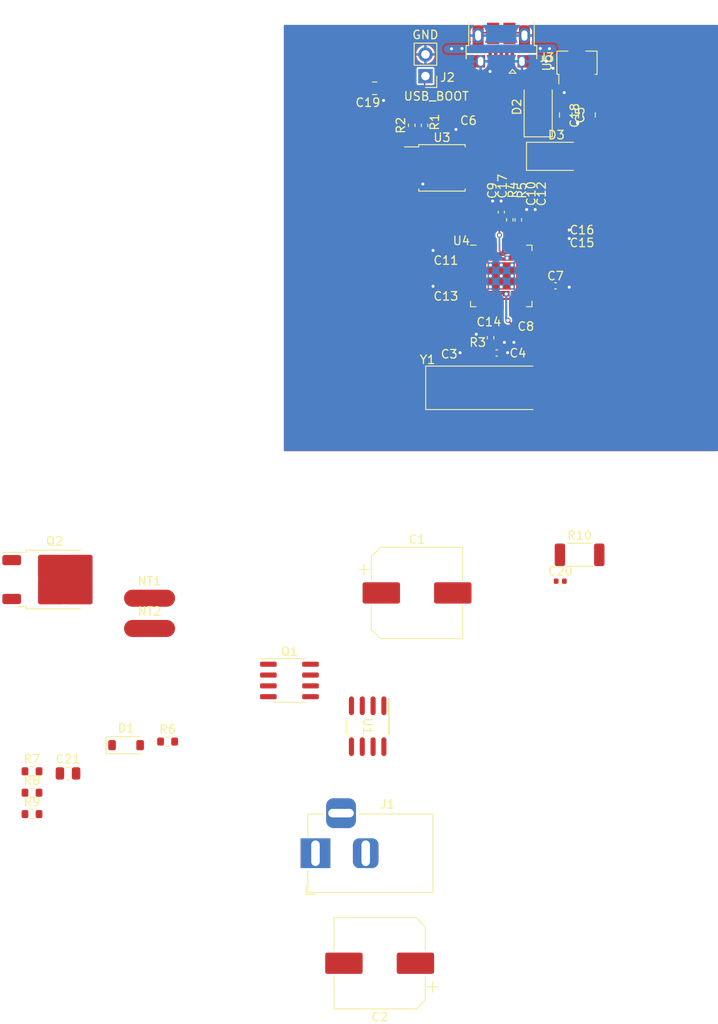
<source format=kicad_pcb>
(kicad_pcb (version 20221018) (generator pcbnew)
  (layers (0 "F.Cu" signal) (31 "B.Cu" signal) (34 "B.Paste" user) (35 "F.Paste" user) (36 "B.SilkS" user "B.Silkscreen") (37 "F.SilkS" user "F.Silkscreen") (38 "B.Mask" user) (39 "F.Mask" user) (44 "Edge.Cuts" user))
  (net 0 "")
  (net 1 "GND")
  (net 2 "VBUS")
  (net 3 "+3V3")
  (net 4 "+1V1")
  (net 5 "Net-(U1-IN+)")
  (net 6 "Net-(D1-K)")
  (net 9 "Net-(D2-K)")
  (net 10 "Net-(Q1-G)")
  (net 11 "Net-(J1-Pad3)")
  (net 12 "Net-(D1-A)")
  (net 14 "HEATPLATE")
  (net 15 "/CPU/XIN")
  (net 16 "Net-(C4-Pad1)")
  (net 17 "/CPU/~{USB_BOOT}")
  (net 18 "/POWER/USB_D-")
  (net 19 "/POWER/USB_D+")
  (net 20 "/CPU/QSPI_SS")
  (net 21 "/CPU/XOUT")
  (net 22 "/CPU/USB_D+")
  (net 23 "Net-(U4-USB_DP)")
  (net 24 "/CPU/USB_D-")
  (net 25 "Net-(U4-USB_DM)")
  (net 26 "/CPU/QSPI_SD1")
  (net 27 "/CPU/QSPI_SD2")
  (net 28 "/CPU/QSPI_SD0")
  (net 29 "/CPU/QSPI_SCLK")
  (net 30 "/CPU/QSPI_SD3")
  (net 31 "/CPU/GPIO0")
  (net 32 "/CPU/GPIO1")
  (net 33 "/CPU/GPIO2")
  (net 34 "/CPU/GPIO3")
  (net 35 "/CPU/GPIO4")
  (net 36 "/CPU/GPIO5")
  (net 37 "/CPU/GPIO6")
  (net 38 "/CPU/GPIO7")
  (net 39 "/CPU/GPIO8")
  (net 40 "/CPU/GPIO9")
  (net 41 "/CPU/GPIO10")
  (net 42 "/CPU/GPIO11")
  (net 43 "/CPU/GPIO12")
  (net 44 "/CPU/GPIO13")
  (net 45 "/CPU/GPIO14")
  (net 46 "/CPU/GPIO15")
  (net 47 "/CPU/SWCLK")
  (net 48 "/CPU/SWD")
  (net 49 "/CPU/RUN")
  (net 50 "/CPU/GPIO16")
  (net 51 "/CPU/GPIO17")
  (net 52 "/CPU/GPIO18")
  (net 53 "/CPU/GPIO19")
  (net 54 "/CPU/GPIO20")
  (net 55 "/CPU/GPIO21")
  (net 56 "/CPU/GPIO22")
  (net 57 "/CPU/GPIO23")
  (net 58 "/CPU/GPIO24")
  (net 59 "/CPU/GPIO25")
  (net 60 "/CPU/GPIO26_ADC0")
  (net 61 "/CPU/GPIO27_ADC1")
  (net 62 "/CPU/GPIO28_ADC2")
  (net 63 "/CPU/GPIO29_ADC3")
  (net 64 "Net-(D3-A)")
  (net 65 "/POWER/FET_PWM")
  (footprint "NetTie:NetTie-2_SMD_Pad2.0mm" (layer "F.Cu") (at 107.285 135.88)
    (fp_text reference "NT1")
    (fp_text value "NetTie_2")
  )
  (footprint "Resistor_SMD:R_0402_1005Metric" (layer "F.Cu") (at 150.61 91.49 -90)
    (fp_text reference "R5")
    (fp_text value "27")
  )
  (footprint "Capacitor_SMD:C_0402_1005Metric" (layer "F.Cu") (at 155.075 94.08)
    (fp_text reference "C15")
    (fp_text value "100n")
  )
  (footprint "Capacitor_SMD:CP_Elec_10x10.5" (layer "F.Cu") (at 134.32 178.71 180)
    (fp_text reference "C2")
    (fp_text value "680uF 35V")
  )
  (footprint "Diode_SMD:D_SMA" (layer "F.Cu") (at 155.08 84.03)
    (fp_text reference "D3")
    (fp_text value "SS54")
  )
  (footprint "Resistor_SMD:R_0603_1608Metric" (layer "F.Cu") (at 93.475 158.7)
    (fp_text reference "R8")
    (fp_text value "47")
  )
  (footprint "Capacitor_SMD:C_0805_2012Metric" (layer "F.Cu") (at 97.705 156.44)
    (fp_text reference "C21")
    (fp_text value "10u")
  )
  (footprint "Diode_SMD:D_SOD-123" (layer "F.Cu") (at 104.53 153.12)
    (fp_text reference "D1")
    (fp_text value "SS54")
  )
  (footprint "Capacitor_SMD:C_0805_2012Metric" (layer "F.Cu") (at 158.92 79.19 -90)
    (fp_text reference "C18")
    (fp_text value "10u")
  )
  (footprint "Capacitor_SMD:C_0805_2012Metric" (layer "F.Cu") (at 133.73 76.05)
    (fp_text reference "C19")
    (fp_text value "10u")
  )
  (footprint "Crystal:Crystal_SMD_HC49-SD" (layer "F.Cu") (at 146.431 111.196)
    (fp_text reference "Y1")
    (fp_text value "HCM4912000000ABJT")
  )
  (footprint "Package_SO:SOIC-8_5.23x5.23mm_P1.27mm" (layer "F.Cu") (at 141.64 85.39)
    (fp_text reference "U3")
    (fp_text value "W25Q128JVS")
  )
  (footprint "Resistor_SMD:R_0402_1005Metric" (layer "F.Cu") (at 149.61 91.48 -90)
    (fp_text reference "R4")
    (fp_text value "27")
  )
  (footprint "Capacitor_SMD:C_0402_1005Metric" (layer "F.Cu") (at 148.07 107.11)
    (fp_text reference "C4")
    (fp_text value "27p")
  )
  (footprint "Resistor_SMD:R_0402_1005Metric" (layer "F.Cu") (at 139.59 80.395 90)
    (fp_text reference "R1")
    (fp_text value "1k")
  )
  (footprint "Resistor_SMD:R_2010_5025Metric" (layer "F.Cu") (at 157.8075 130.79)
    (fp_text reference "R10")
    (fp_text value "R030")
  )
  (footprint "RP2040_minimal:RP2040-QFN-56" (layer "F.Cu") (at 148.6025 98.07)
    (fp_text reference "U4")
    (fp_text value "RP2040")
  )
  (footprint "Package_TO_SOT_SMD:TO-252-2" (layer "F.Cu") (at 96.13 133.69)
    (fp_text reference "Q2")
    (fp_text value "IRLR8726TRPBF")
  )
  (footprint "NetTie:NetTie-2_SMD_Pad2.0mm" (layer "F.Cu") (at 107.285 139.43)
    (fp_text reference "NT2")
    (fp_text value "NetTie_2")
  )
  (footprint "Connector_PinHeader_2.54mm:PinHeader_1x02_P2.54mm_Vertical" (layer "F.Cu") (at 139.7 74.62 180)
    (fp_text reference "J2")
    (fp_text value "Conn_01x02" hide)
  )
  (footprint "Capacitor_SMD:C_0402_1005Metric" (layer "F.Cu") (at 142.105 99.28 180)
    (fp_text reference "C13")
    (fp_text value "100n")
  )
  (footprint "Capacitor_SMD:C_0402_1005Metric" (layer "F.Cu") (at 155.5375 133.88)
    (fp_text reference "C20")
    (fp_text value "100n")
  )
  (footprint "Capacitor_SMD:C_0402_1005Metric" (layer "F.Cu") (at 145.11 107.07 180)
    (fp_text reference "C3")
    (fp_text value "27p")
  )
  (footprint "Connector_BarrelJack:BarrelJack_Horizontal" (layer "F.Cu") (at 126.78 165.8 180)
    (fp_text reference "J1")
    (fp_text value "Barrel_Jack_Switch")
  )
  (footprint "Package_TO_SOT_SMD:SOT-89-3" (layer "F.Cu") (at 157.5 73.05 90)
    (fp_text reference "U5")
    (fp_text value "HT7533-1")
  )
  (footprint "Resistor_SMD:R_0402_1005Metric" (layer "F.Cu") (at 138.09 80.395 -90)
    (fp_text reference "R2")
    (fp_text value "DNF")
  )
  (footprint "Diode_SMD:D_SMA" (layer "F.Cu") (at 152.94 78.2375 90)
    (fp_text reference "D2")
    (fp_text value "SS54")
  )
  (footprint "RP2040_minimal:USB_Micro-B_Amphenol_10103594-0001LF_Horizontal_modified" (layer "F.Cu") (at 148.605 69.86 180)
    (fp_text reference "J3")
    (fp_text value "USB_B_Micro")
  )
  (footprint "Capacitor_SMD:C_0402_1005Metric" (layer "F.Cu") (at 152.62 91.545 90)
    (fp_text reference "C12")
    (fp_text value "1u")
  )
  (footprint "Resistor_SMD:R_0603_1608Metric" (layer "F.Cu") (at 93.475 161.21)
    (fp_text reference "R9")
    (fp_text value "10k")
  )
  (footprint "Capacitor_SMD:C_0402_1005Metric" (layer "F.Cu") (at 147.59 90.595 90)
    (fp_text reference "C9")
    (fp_text value "100n")
  )
  (footprint "footprints:D0008A_N" (layer "F.Cu") (at 132.91 150.9 -90)
    (fp_text reference "U1")
    (fp_text value "INA219AIDR")
  )
  (footprint "Capacitor_SMD:C_0402_1005Metric" (layer "F.Cu") (at 151.64 91.54 90)
    (fp_text reference "C10")
    (fp_text value "1u")
  )
  (footprint "Capacitor_SMD:C_0402_1005Metric" (layer "F.Cu") (at 148.971 104.565 -90)
    (fp_text reference "C14")
    (fp_text value "100n")
  )
  (footprint "Capacitor_SMD:C_0402_1005Metric" (layer "F.Cu") (at 155.075 92.68)
    (fp_text reference "C16")
    (fp_text value "100n")
  )
  (footprint "Capacitor_SMD:C_0402_1005Metric" (layer "F.Cu") (at 142.105 95.08 180)
    (fp_text reference "C11")
    (fp_text value "100n")
  )
  (footprint "Package_SO:SOIC-8_3.9x4.9mm_P1.27mm" (layer "F.Cu") (at 123.72 145.53)
    (fp_text reference "Q1")
    (fp_text value "FDS4141-NL-VB")
  )
  (footprint "Capacitor_SMD:C_0805_2012Metric" (layer "F.Cu") (at 156.18 79.19 -90)
    (fp_text reference "C5")
    (fp_text value "10u")
  )
  (footprint "Capacitor_SMD:C_0402_1005Metric" (layer "F.Cu") (at 154.98 99.23)
    (fp_text reference "C7")
    (fp_text value "100n")
  )
  (footprint "Capacitor_SMD:C_0402_1005Metric" (layer "F.Cu") (at 150 104.55 -90)
    (fp_text reference "C8")
    (fp_text value "100n")
  )
  (footprint "Resistor_SMD:R_0603_1608Metric" (layer "F.Cu") (at 109.405 152.7)
    (fp_text reference "R6")
    (fp_text value "10k")
  )
  (footprint "Capacitor_SMD:C_0402_1005Metric" (layer "F.Cu") (at 144.74 80.95 180)
    (fp_text reference "C6")
    (fp_text value "100n")
  )
  (footprint "Capacitor_SMD:C_0402_1005Metric" (layer "F.Cu") (at 148.61 90.58 90)
    (fp_text reference "C17")
    (fp_text value "100n")
  )
  (footprint "Capacitor_SMD:CP_Elec_10x10.5" (layer "F.Cu") (at 138.71 135.26)
    (fp_text reference "C1")
    (fp_text value "680uF 35V")
  )
  (footprint "Resistor_SMD:R_0603_1608Metric" (layer "F.Cu") (at 93.475 156.19)
    (fp_text reference "R7")
    (fp_text value "47")
  )
  (footprint "Resistor_SMD:R_0402_1005Metric" (layer "F.Cu") (at 147.35 105.32 -90)
    (fp_text reference "R3")
    (fp_text value "1k")
  )
  (gr_text "GND" (at 139.69 69.78) (layer "F.SilkS") (effects (font (size 1 1))))
  (gr_text "\nUSB_BOOT" (at 140.97 76.18) (layer "F.SilkS") (effects (font (size 1 1))))
  (segment (start 154.69 73.69) (end 154.69 73.7) (width 0.6) (layer "F.Cu") (net 1))
  (segment (start 151.505 72.89) (end 153.88 72.9) (width 0.6) (layer "F.Cu") (net 1))
  (segment (start 157.56 80.14) (end 158.92 80.14) (width 0.6) (layer "F.Cu") (net 1))
  (segment (start 147.63 69.53) (end 146.13 69.53) (width 0.2) (layer "F.Cu") (net 1))
  (segment (start 144.29 80.91) (end 143.995 80.91) (width 0.2) (layer "F.Cu") (net 1))
  (segment (start 156.06 76.56) (end 156.03 76.53) (width 0.6) (layer "F.Cu") (net 1))
  (segment (start 139.37 87.26) (end 139.39 87.28) (width 0.2) (layer "F.Cu") (net 1))
  (segment (start 138.04 87.26) (end 139.37 87.26) (width 0.2) (layer "F.Cu") (net 1))
  (segment (start 146.13 69.53) (end 145.86 69.8) (width 0.2) (layer "F.Cu") (net 1))
  (segment (start 155.56 92.68) (end 156.59 92.68) (width 0.2) (layer "F.Cu") (net 1))
  (segment (start 145.669 104.6555) (end 145.669 104.9095) (width 0.15) (layer "F.Cu") (net 1))
  (segment (start 156.19 94.08) (end 156.59 93.68) (width 0.15) (layer "F.Cu") (net 1))
  (segment (start 156 76.56) (end 156.06 76.56) (width 0.6) (layer "F.Cu") (net 1))
  (segment (start 156.2025 80.2375) (end 156.26 80.18) (width 0.6) (layer "F.Cu") (net 1))
  (segment (start 153.88 72.9) (end 153.89 72.89) (width 0.6) (layer "F.Cu") (net 1))
  (segment (start 156 75) (end 156 76.5) (width 0.6) (layer "F.Cu") (net 1))
  (segment (start 155.56 94.08) (end 156.19 94.08) (width 0.15) (layer "F.Cu") (net 1))
  (segment (start 156 76.5) (end 156 76.5) (width 0.6) (layer "F.Cu") (net 1))
  (segment (start 148.59 90.11) (end 148.59 89.28) (width 0.2) (layer "F.Cu") (net 1))
  (segment (start 144.62 107.08) (end 143.764 107.08) (width 0.2) (layer "F.Cu") (net 1))
  (segment (start 149.55 69.53) (end 151.05 69.53) (width 0.2) (layer "F.Cu") (net 1))
  (segment (start 151.59 91.11) (end 151.59 90.28) (width 0.2) (layer "F.Cu") (net 1))
  (segment (start 143.965 80.88) (end 143.29 80.88) (width 0.2) (layer "F.Cu") (net 1))
  (segment (start 157.55 80.13) (end 157.56 80.14) (width 0.6) (layer "F.Cu") (net 1))
  (segment (start 143.995 80.91) (end 143.965 80.88) (width 0.2) (layer "F.Cu") (net 1))
  (segment (start 149.3405 107.08) (end 149.352 107.0685) (width 0.15) (layer "F.Cu") (net 1))
  (segment (start 155.56 99.28) (end 155.665 99.385) (width 0.2) (layer "F.Cu") (net 1))
  (segment (start 157.54 80.14) (end 157.55 80.13) (width 0.6) (layer "F.Cu") (net 1))
  (segment (start 147.29 72.68) (end 147.29 74.08) (width 0.2) (layer "F.Cu") (net 1))
  (segment (start 141.62 95.08) (end 140.59 95.08) (width 0.2) (layer "F.Cu") (net 1))
  (segment (start 147.59 102.7345) (end 145.669 104.6555) (width 0.15) (layer "F.Cu") (net 1))
  (segment (start 152.59 91.11) (end 152.59 90.28) (width 0.2) (layer "F.Cu") (net 1))
  (segment (start 156.18 80.14) (end 157.54 80.14) (width 0.6) (layer "F.Cu") (net 1))
  (segment (start 154.7 73.7) (end 156 75) (width 0.6) (layer "F.Cu") (net 1))
  (segment (start 151.05 69.53) (end 151.32 69.8) (width 0.2) (layer "F.Cu") (net 1))
  (segment (start 150.09 105.05) (end 150.09 105.862004) (width 0.2) (layer "F.Cu") (net 1))
  (segment (start 154.69 73.7) (end 154.7 73.7) (width 0.6) (layer "F.Cu") (net 1))
  (segment (start 148.971 105.05) (end 148.971 105.861984) (width 0.2) (layer "F.Cu") (net 1))
  (segment (start 134.73 76.08) (end 134.73 77.33) (width 0.15) (layer "F.Cu") (net 1))
  (segment (start 148.971 105.861984) (end 148.970994 105.86199) (width 0.2) (layer "F.Cu") (net 1))
  (segment (start 141.62 99.28) (end 140.59 99.28) (width 0.2) (layer "F.Cu") (net 1))
  (segment (start 147.59 90.11) (end 147.59 89.280008) (width 0.2) (layer "F.Cu") (net 1))
  (segment (start 156 76.5) (end 156 76.56) (width 0.6) (layer "F.Cu") (net 1))
  (segment (start 148.56 107.08) (end 149.3405 107.08) (width 0.15) (layer "F.Cu") (net 1))
  (segment (start 155.665 99.385) (end 156.59 99.385) (width 0.2) (layer "F.Cu") (net 1))
  (segment (start 153.89 72.89) (end 154.69 73.69) (width 0.6) (layer "F.Cu") (net 1))
  (segment (start 147.59 101.5175) (end 147.59 102.7345) (width 0.15) (layer "F.Cu") (net 1))
  (via (at 143.764 107.08) (size 0.6) (drill 0.35) (layers "F.Cu" "B.Cu") (net 1))
  (via (at 148.59 89.28) (size 0.6) (drill 0.35) (layers "F.Cu" "B.Cu") (net 1))
  (via (at 152.59 90.28) (size 0.6) (drill 0.35) (layers "F.Cu" "B.Cu") (net 1))
  (via (at 140.59 99.28) (size 0.6) (drill 0.35) (layers "F.Cu" "B.Cu") (net 1))
  (via (at 145.669 104.9095) (size 0.6) (drill 0.35) (layers "F.Cu" "B.Cu") (net 1))
  (via (at 151.59 90.28) (size 0.6) (drill 0.35) (layers "F.Cu" "B.Cu") (net 1))
  (via (at 148.970994 105.86199) (size 0.6) (drill 0.35) (layers "F.Cu" "B.Cu") (net 1))
  (via (at 156.59 93.68) (size 0.6) (drill 0.35) (layers "F.Cu" "B.Cu") (net 1))
  (via (at 134.78 77.48) (size 0.6) (drill 0.35) (layers "F.Cu" "B.Cu") (net 1))
  (via (at 153.88 72.9) (size 0.6) (drill 0.35) (layers "F.Cu" "B.Cu") (net 1))
  (via (at 156.59 92.68) (size 0.6) (drill 0.35) (layers "F.Cu" "B.Cu") (net 1))
  (via (at 157.55 80.13) (size 0.6) (drill 0.35) (layers "F.Cu" "B.Cu") (net 1))
  (via (at 149.352 107.0685) (size 0.6) (drill 0.35) (layers "F.Cu" "B.Cu") (net 1))
  (via (at 150.09 105.862004) (size 0.6) (drill 0.35) (layers "F.Cu" "B.Cu") (net 1))
  (via (at 147.29 74.08) (size 0.6) (drill 0.35) (layers "F.Cu" "B.Cu") (net 1))
  (via (at 143.29 80.88) (size 0.6) (drill 0.35) (layers "F.Cu" "B.Cu") (net 1))
  (via (at 140.59 95.08) (size 0.6) (drill 0.35) (layers "F.Cu" "B.Cu") (net 1))
  (via (at 154.69 73.7) (size 0.6) (drill 0.35) (layers "F.Cu" "B.Cu") (net 1))
  (via (at 156 76.56) (size 0.6) (drill 0.35) (layers "F.Cu" "B.Cu") (net 1))
  (via (at 156.59 99.385) (size 0.6) (drill 0.35) (layers "F.Cu" "B.Cu") (net 1))
  (via (at 147.59 89.280008) (size 0.6) (drill 0.35) (layers "F.Cu" "B.Cu") (net 1))
  (via (at 139.39 87.28) (size 0.6) (drill 0.35) (layers "F.Cu" "B.Cu") (net 1))
  (segment (start 149.89 72.605) (end 150.17 74.51) (width 0.4) (layer "F.Cu") (net 2))
  (segment (start 150.17 74.51) (end 152.94 76.2375) (width 0.4) (layer "F.Cu") (net 2))
  (segment (start 142.79 99.08) (end 142.59 99.28) (width 0.2) (layer "F.Cu") (net 3))
  (segment (start 148.79 101.5175) (end 148.79 103.5855) (width 0.2) (layer "F.Cu") (net 3))
  (segment (start 145.24 80.93) (end 145.26 80.91) (width 0.2) (layer "F.Cu") (net 3))
  (segment (start 148.79 93.78) (end 148.79 94.6425) (width 0.2) (layer "F.Cu") (net 3))
  (segment (start 150.99 95.48) (end 150.79 95.28) (width 0.2) (layer "F.Cu") (net 3))
  (segment (start 148.79 100.88) (end 148.59 100.68) (width 0.2) (layer "F.Cu") (net 3))
  (segment (start 152.04 99.07) (end 151.32 99.07) (width 0.15) (layer "F.Cu") (net 3))
  (segment (start 148.971 103.7665) (end 148.971 104.08) (width 0.2) (layer "F.Cu") (net 3))
  (segment (start 148.59 91.842534) (end 148.940001 92.192535) (width 0.2) (layer "F.Cu") (net 3))
  (segment (start 148.940001 93.629999) (end 148.79 93.78) (width 0.2) (layer "F.Cu") (net 3))
  (segment (start 149.19 94.6425) (end 149.19 93.879998) (width 0.2) (layer "F.Cu") (net 3))
  (segment (start 144.29 95.48) (end 145.1525 95.48) (width 0.2) (layer "F.Cu") (net 3))
  (segment (start 152.19 92.48) (end 152.59 92.08) (width 0.2) (layer "F.Cu") (net 3))
  (segment (start 149.291 104.08) (end 149.5425 104.3315) (width 0.15) (layer "F.Cu") (net 3))
  (segment (start 142.79 99.08) (end 145.1525 99.08) (width 0.2) (layer "F.Cu") (net 3))
  (segment (start 152.0275 99.08) (end 154.39 99.08) (width 0.2) (layer "F.Cu") (net 3))
  (segment (start 148.79 103.5855) (end 148.971 103.7665) (width 0.2) (layer "F.Cu") (net 3))
  (segment (start 148.971 104.08) (end 149.291 104.08) (width 0.15) (layer "F.Cu") (net 3))
  (segment (start 150.79 95.28) (end 150.79 94.18) (width 0.2) (layer "F.Cu") (net 3))
  (segment (start 151.19 94.6425) (end 151.19 95.48) (width 0.2) (layer "F.Cu") (net 3))
  (segment (start 145.165 99.07) (end 145.95 99.07) (width 0.15) (layer "F.Cu") (net 3))
  (segment (start 149.19 94.6425) (end 149.19 95.28) (width 0.2) (layer "F.Cu") (net 3))
  (segment (start 148.940001 92.192535) (end 148.940001 93.629999) (width 0.2) (layer "F.Cu") (net 3))
  (segment (start 149.5425 106.243) (end 149.686505 106.387005) (width 0.15) (layer "F.Cu") (net 3))
  (segment (start 145.165 95.47) (end 146.09 95.47) (width 0.15) (layer "F.Cu") (net 3))
  (segment (start 148.79 94.6425) (end 148.79 95.48) (width 0.2) (layer "F.Cu") (net 3))
  (segment (start 145.24 83.45) (end 145.24 80.93) (width 0.2) (layer "F.Cu") (net 3))
  (segment (start 148.79 95.48) (end 148.79 95.08) (width 0.2) (layer "F.Cu") (net 3))
  (segment (start 149.19 95.28) (end 148.99 95.48) (width 0.2) (layer "F.Cu") (net 3))
  (segment (start 159 78.16) (end 158.92 78.24) (width 0.6) (layer "F.Cu") (net 3))
  (segment (start 149.19 93.879998) (end 148.940001 93.629999) (width 0.2) (layer "F.Cu") (net 3))
  (segment (start 149.5425 104.3315) (end 149.5425 106.243) (width 0.15) (layer "F.Cu") (net 3))
  (segment (start 152.0275 95.48) (end 151.19 95.48) (width 0.2) (layer "F.Cu") (net 3))
  (segment (start 152.19 92.78) (end 152.19 92.48) (width 0.2) (layer "F.Cu") (net 3))
  (segment (start 151.32 99.07) (end 151.28 99.03) (width 0.15) (layer "F.Cu") (net 3))
  (segment (start 149.686505 106.387005) (end 150.731995 106.387005) (width 0.15) (layer "F.Cu") (net 3))
  (segment (start 154.39 99.08) (end 154.59 99.28) (width 0.2) (layer "F.Cu") (net 3))
  (segment (start 148.79 101.5175) (end 148.79 100.88) (width 0.2) (layer "F.Cu") (net 3))
  (segment (start 159 75) (end 159 78.16) (width 0.6) (layer "F.Cu") (net 3))
  (segment (start 145.95 99.07) (end 145.96 99.06) (width 0.15) (layer "F.Cu") (net 3))
  (segment (start 148.59 91.08) (end 148.59 91.842534) (width 0.2) (layer "F.Cu") (net 3))
  (segment (start 150.79 94.18) (end 152.19 92.78) (width 0.2) (layer "F.Cu") (net 3))
  (segment (start 146.1 95.48) (end 146.09 95.47) (width 0.15) (layer "F.Cu") (net 3))
  (via (at 153.19 71.38) (size 0.6) (drill 0.35) (layers "F.Cu" "B.Cu") (net 3))
  (via (at 143.99 71.38) (size 0.6) (drill 0.35) (layers "F.Cu" "B.Cu") (net 3))
  (via (at 154.26 71.4) (size 0.6) (drill 0.35) (layers "F.Cu" "B.Cu") (net 3))
  (via (at 142.76 71.42) (size 0.6) (drill 0.35) (layers "F.Cu" "B.Cu") (net 3))
  (segment (start 154.62 71.4) (end 142.36 71.44) (width 1) (layer "B.Cu") (net 3))
  (segment (start 147.59 91.375) (end 148.39 92.175) (width 0.2) (layer "F.Cu") (net 4))
  (segment (start 148.39 92.175) (end 148.39 93.279994) (width 0.2) (layer "F.Cu") (net 4))
  (segment (start 149.19 101.5175) (end 149.19 103.08) (width 0.2) (layer "F.Cu") (net 4))
  (segment (start 147.59 91.08) (end 147.59 91.375) (width 0.2) (layer "F.Cu") (net 4))
  (segment (start 148.99 96.08) (end 149.09 95.98) (width 0.15) (layer "F.Cu") (net 4))
  (segment (start 150.4025 93.2675) (end 150.4025 94.6325) (width 0.2) (layer "F.Cu") (net 4))
  (segment (start 150.39 95.48) (end 150.39 94.6425) (width 0.2) (layer "F.Cu") (net 4))
  (segment (start 148.39 94.6425) (end 148.39 93.279994) (width 0.2) (layer "F.Cu") (net 4))
  (segment (start 150.09 103.98) (end 149.39 103.28) (width 0.2) (layer "F.Cu") (net 4))
  (segment (start 151.59 92.08) (end 150.4025 93.2675) (width 0.2) (layer "F.Cu") (net 4))
  (segment (start 150.09 104.08) (end 150.09 103.98) (width 0.2) (layer "F.Cu") (net 4))
  (segment (start 149.19 103.08) (end 149.39 103.28) (width 0.2) (layer "F.Cu") (net 4))
  (segment (start 149.09 95.98) (end 149.29 95.98) (width 0.15) (layer "F.Cu") (net 4))
  (via (at 149.39 103.28) (size 0.6) (drill 0.35) (layers "F.Cu" "B.Cu") (net 4))
  (via (at 148.39 93.279994) (size 0.6) (drill 0.35) (layers "F.Cu" "B.Cu") (net 4))
  (via (at 149.18997 100.18) (size 0.6) (drill 0.35) (layers "F.Cu" "B.Cu") (net 4))
  (via (at 149.29 95.98) (size 0.6) (drill 0.35) (layers "F.Cu" "B.Cu") (net 4))
  (segment (start 148.39 95.08) (end 149.29 95.98) (width 0.2) (layer "B.Cu") (net 4))
  (segment (start 148.39 93.279994) (end 148.39 95.08) (width 0.2) (layer "B.Cu") (net 4))
  (segment (start 149.18997 103.07997) (end 149.39 103.28) (width 0.25) (layer "B.Cu") (net 4))
  (segment (start 149.18997 100.18) (end 149.18997 103.07997) (width 0.25) (layer "B.Cu") (net 4))
  (segment (start 156.18 78.24) (end 157.5 76.92) (width 0.6) (layer "F.Cu") (net 9))
  (segment (start 157.5 76.92) (end 157.5 74.9125) (width 0.6) (layer "F.Cu") (net 9))
  (segment (start 152.94 80.2375) (end 154.9375 78.24) (width 0.6) (layer "F.Cu") (net 9))
  (segment (start 154.9375 78.24) (end 156.18 78.24) (width 0.6) (layer "F.Cu") (net 9))
  (segment (start 156.12 78.14) (end 156.26 78.28) (width 0.3) (layer "F.Cu") (net 9))
  (segment (start 153.08 84.03) (end 153.08 80.3775) (width 0.6) (layer "F.Cu") (net 9))
  (segment (start 153.08 80.3775) (end 152.94 80.2375) (width 0.6) (layer "F.Cu") (net 9))
  (segment (start 146.39 106.28) (end 145.59 107.08) (width 0.15) (layer "F.Cu") (net 15))
  (segment (start 146.2405 109.8625) (end 144.907 111.196) (width 0.15) (layer "F.Cu") (net 15))
  (segment (start 147.99 103.017861) (end 146.39 104.617861) (width 0.15) (layer "F.Cu") (net 15))
  (segment (start 144.907 111.196) (end 141.931 111.196) (width 0.15) (layer "F.Cu") (net 15))
  (segment (start 145.59 107.08) (end 146.2405 107.7305) (width 0.15) (layer "F.Cu") (net 15))
  (segment (start 147.99 101.5175) (end 147.99 103.017861) (width 0.15) (layer "F.Cu") (net 15))
  (segment (start 146.2405 107.7305) (end 146.2405 109.8625) (width 0.15) (layer "F.Cu") (net 15))
  (segment (start 146.39 104.617861) (end 146.39 106.28) (width 0.15) (layer "F.Cu") (net 15))
  (segment (start 147.29 105.68) (end 147.29 106.28) (width 0.15) (layer "F.Cu") (net 16))
  (segment (start 146.6215 109.8625) (end 147.955 111.196) (width 0.15) (layer "F.Cu") (net 16))
  (segment (start 146.6215 107.851) (end 146.6215 109.8625) (width 0.15) (layer "F.Cu") (net 16))
  (segment (start 147.3925 107.08) (end 146.6215 107.851) (width 0.15) (layer "F.Cu") (net 16))
  (segment (start 147.59 107.08) (end 147.3925 107.08) (width 0.15) (layer "F.Cu") (net 16))
  (segment (start 147.59 106.58) (end 147.59 107.08) (width 0.15) (layer "F.Cu") (net 16))
  (segment (start 147.29 106.28) (end 147.59 106.58) (width 0.15) (layer "F.Cu") (net 16))
  (segment (start 147.955 111.196) (end 150.931 111.196) (width 0.15) (layer "F.Cu") (net 16))
  (segment (start 139.59 79.91) (end 139.59 74.73) (width 0.15) (layer "F.Cu") (net 17))
  (segment (start 139.59 74.73) (end 139.7 74.62) (width 0.15) (layer "F.Cu") (net 17))
  (segment (start 149.24 74.455) (end 149.265 74.48) (width 0.4) (layer "F.Cu") (net 18))
  (segment (start 150.565 90.77) (end 150.565 82) (width 0.8) (layer "F.Cu") (net 18))
  (segment (start 149.265 80.283248) (end 149.265 74.48) (width 0.8) (layer "F.Cu") (net 18))
  (segment (start 150.565 81.583248) (end 149.265 80.283248) (width 0.8) (layer "F.Cu") (net 18))
  (segment (start 149.24 72.605) (end 149.24 74.455) (width 0.4) (layer "F.Cu") (net 18))
  (segment (start 148.59 73.88) (end 148.315 74.155) (width 0.4) (layer "F.Cu") (net 19))
  (segment (start 149.615 81.976752) (end 148.315 80.676752) (width 0.8) (layer "F.Cu") (net 19))
  (segment (start 149.59 82.001752) (end 149.615 81.976752) (width 0.2) (layer "F.Cu") (net 19))
  (segment (start 148.315 80.676752) (end 148.315 74.48) (width 0.8) (layer "F.Cu") (net 19))
  (segment (start 148.315 74.155) (end 148.315 74.48) (width 0.4) (layer "F.Cu") (net 19))
  (segment (start 148.59 72.605) (end 148.59 73.88) (width 0.4) (layer "F.Cu") (net 19))
  (segment (start 149.59 90.77) (end 149.59 82.001752) (width 0.8) (layer "F.Cu") (net 19))
  (segment (start 138.04 80.93) (end 138.09 80.88) (width 0.15) (layer "F.Cu") (net 20))
  (segment (start 145.99 94.48) (end 145.99 94.68) (width 0.15) (layer "F.Cu") (net 20))
  (segment (start 137.52 83.45) (end 136.09 84.88) (width 0.15) (layer "F.Cu") (net 20))
  (segment (start 140.89 89.38) (end 145.99 94.48) (width 0.15) (layer "F.Cu") (net 20))
  (segment (start 138.09 80.88) (end 139.59 80.88) (width 0.15) (layer "F.Cu") (net 20))
  (segment (start 136.09 88.28) (end 137.19 89.38) (width 0.15) (layer "F.Cu") (net 20))
  (segment (start 138.04 83.45) (end 137.52 83.45) (width 0.15) (layer "F.Cu") (net 20))
  (segment (start 138.04 83.45) (end 138.04 80.93) (width 0.15) (layer "F.Cu") (net 20))
  (segment (start 136.09 84.88) (end 136.09 88.28) (width 0.15) (layer "F.Cu") (net 20))
  (segment (start 137.19 89.38) (end 140.89 89.38) (width 0.15) (layer "F.Cu") (net 20))
  (segment (start 148.39 101.5175) (end 148.39 103.18) (width 0.15) (layer "F.Cu") (net 21))
  (segment (start 147.29 104.28) (end 147.29 104.71) (width 0.15) (layer "F.Cu") (net 21))
  (segment (start 148.39 103.18) (end 147.29 104.28) (width 0.15) (layer "F.Cu") (net 21))
  (segment (start 149.59 92.105) (end 149.59 92.12) (width 0.25) (layer "F.Cu") (net 23))
  (segment (start 149.59 92.12) (end 149.6 92.13) (width 0.25) (layer "F.Cu") (net 23))
  (segment (start 149.59 92.105) (end 149.59 94.62) (width 0.2) (layer "F.Cu") (net 23))
  (segment (start 149.59 94.62) (end 149.6025 94.6325) (width 0.25) (layer "F.Cu") (net 23))
  (segment (start 150.0025 92.6925) (end 150.59 92.105) (width 0.2) (layer "F.Cu") (net 25))
  (segment (start 150.0025 94.6325) (end 150.0025 92.6925) (width 0.2) (layer "F.Cu") (net 25))
  (segment (start 146.39 94.08) (end 141.09 88.78) (width 0.15) (layer "F.Cu") (net 26))
  (segment (start 146.39 94.6525) (end 146.39 94.08) (width 0.15) (layer "F.Cu") (net 26))
  (segment (start 137.55 84.72) (end 138.04 84.72) (width 0.15) (layer "F.Cu") (net 26))
  (segment (start 141.09 88.78) (end 137.59 88.78) (width 0.15) (layer "F.Cu") (net 26))
  (segment (start 136.69 87.88) (end 136.69 85.58) (width 0.15) (layer "F.Cu") (net 26))
  (segment (start 137.59 88.78) (end 136.69 87.88) (width 0.15) (layer "F.Cu") (net 26))
  (segment (start 136.69 85.58) (end 137.55 84.72) (width 0.15) (layer "F.Cu") (net 26))
  (segment (start 146.79 93.68) (end 139.1 85.99) (width 0.15) (layer "F.Cu") (net 27))
  (segment (start 139.1 85.99) (end 138.04 85.99) (width 0.15) (layer "F.Cu") (net 27))
  (segment (start 146.79 94.6525) (end 146.79 93.68) (width 0.15) (layer "F.Cu") (net 27))
  (segment (start 147.19 94.6525) (end 147.19 93.28) (width 0.15) (layer "F.Cu") (net 28))
  (segment (start 145.29 87.31) (end 145.24 87.26) (width 0.15) (layer "F.Cu") (net 28))
  (segment (start 147.19 93.28) (end 145.29 91.38) (width 0.15) (layer "F.Cu") (net 28))
  (segment (start 145.29 91.38) (end 145.29 87.31) (width 0.15) (layer "F.Cu") (net 28))
  (segment (start 145.89 91.18) (end 145.89 88.98) (width 0.15) (layer "F.Cu") (net 29))
  (segment (start 146.39 88.48) (end 146.39 86.58) (width 0.15) (layer "F.Cu") (net 29))
  (segment (start 145.8 85.99) (end 145.24 85.99) (width 0.15) (layer "F.Cu") (net 29))
  (segment (start 145.89 88.98) (end 146.39 88.48) (width 0.15) (layer "F.Cu") (net 29))
  (segment (start 147.59 94.6525) (end 147.54131 94.60381) (width 0.15) (layer "F.Cu") (net 29))
  (segment (start 147.54131 92.83131) (end 145.89 91.18) (width 0.15) (layer "F.Cu") (net 29))
  (segment (start 147.54131 94.60381) (end 147.54131 92.83131) (width 0.15) (layer "F.Cu") (net 29))
  (segment (start 146.39 86.58) (end 145.8 85.99) (width 0.15) (layer "F.Cu") (net 29))
  (segment (start 146.49 90.98) (end 146.49 89.18) (width 0.15) (layer "F.Cu") (net 30))
  (segment (start 146.49 89.18) (end 146.99 88.68) (width 0.15) (layer "F.Cu") (net 30))
  (segment (start 147.99 94.205) (end 147.841321 94.056321) (width 0.15) (layer "F.Cu") (net 30))
  (segment (start 146.99 85.88) (end 145.83 84.72) (width 0.15) (layer "F.Cu") (net 30))
  (segment (start 145.83 84.72) (end 145.24 84.72) (width 0.15) (layer "F.Cu") (net 30))
  (segment (start 146.99 88.68) (end 146.99 85.88) (width 0.15) (layer "F.Cu") (net 30))
  (segment (start 147.99 94.6425) (end 147.99 94.205) (width 0.15) (layer "F.Cu") (net 30))
  (segment (start 147.841321 94.056321) (end 147.841321 92.331321) (width 0.15) (layer "F.Cu") (net 30))
  (segment (start 147.841321 92.331321) (end 146.49 90.98) (width 0.15) (layer "F.Cu") (net 30))
  (zone (net 1) (net_name "GND") (layer "F.Cu") (priority 1) (connect_pads (clearance 0.25)) (min_thickness 0.254) (fill yes (thermal_gap 0.5) (thermal_bridge_width 0.5))
    (polygon (pts (xy 154.58 106.68) (xy 154.58 114.08) (xy 138.18 114.08) (xy 138.18 104.78) (xy 145.28 104.78) (xy 147.38 102.68) (xy 148.58 102.68) (xy 148.58 106.68)))
  )
  (zone (net 4) (net_name "+1V1") (layer "F.Cu") (priority 1) (connect_pads yes (clearance 0.15)) (min_thickness 0.15) (fill yes (thermal_gap 0.508) (thermal_bridge_width 0.508))
    (polygon (pts (xy 150.59 96.28) (xy 146.99 96.28) (xy 146.99 99.68) (xy 149.59 99.68) (xy 149.59 100.48) (xy 148.79 100.48) (xy 148.79 100.28) (xy 146.39 100.28) (xy 146.39 95.88) (xy 149.19 95.88) (xy 149.19 95.68) (xy 149.59 95.68) (xy 149.59 95.28) (xy 150.59 95.28)))
  )
  (zone (net 3) (net_name "+3V3") (layer "F.Cu") (connect_pads yes (clearance 0.15)) (min_thickness 0.15) (fill yes (thermal_gap 0.508) (thermal_bridge_width 0.508))
    (polygon (pts (xy 151.39 100.88) (xy 145.79 100.88) (xy 145.79 95.28) (xy 148.59 95.28) (xy 149.39 95.28) (xy 151.39 95.28)))
  )
  (zone (net 3) (net_name "+3V3") (layer "F.Cu") (connect_pads (clearance 0.25)) (min_thickness 0.2) (fill yes (thermal_gap 0.3) (thermal_bridge_width 0.3))
    (polygon (pts (xy 174.06 118.635) (xy 123.06 118.635) (xy 123.06 68.635) (xy 174.06 68.635)))
    (polygon (pts (xy 162.56 81.56) (xy 160.95 81.93) (xy 159.99 90.55) (xy 154.275 96.265) (xy 152.37 96.265) (xy 152.37 101.98) (xy 144.75 101.98) (xy 144.75 96.265) (xy 141.575 96.265) (xy 135.025 89.015) (xy 134.87 81.01) (xy 133.39 81.07) (xy 133.66 104.21) (xy 150.465 105.155) (xy 151.1 105.79) (xy 162.53 105.82)))
    (polygon (pts (xy 147.36 74.335) (xy 147.36 83.335) (xy 136.96 83.335) (xy 135.66 84.535) (xy 135.66 88.535) (xy 137.16 89.935) (xy 140.66 89.935) (xy 145.66 94.935) (xy 149.66 94.935) (xy 149.66 90.335) (xy 151.46 90.335) (xy 151.46 81.135) (xy 150.26 79.935) (xy 150.26 74.335)))
  )
  (zone (net 1) (net_name "GND") (layer "B.Cu") (connect_pads (clearance 0.2)) (min_thickness 0.2) (fill yes (thermal_gap 0.3) (thermal_bridge_width 0.3))
    (polygon (pts (xy 174.08 118.61) (xy 123.08 118.61) (xy 123.08 68.61) (xy 174.08 68.61)))
  )
)
</source>
